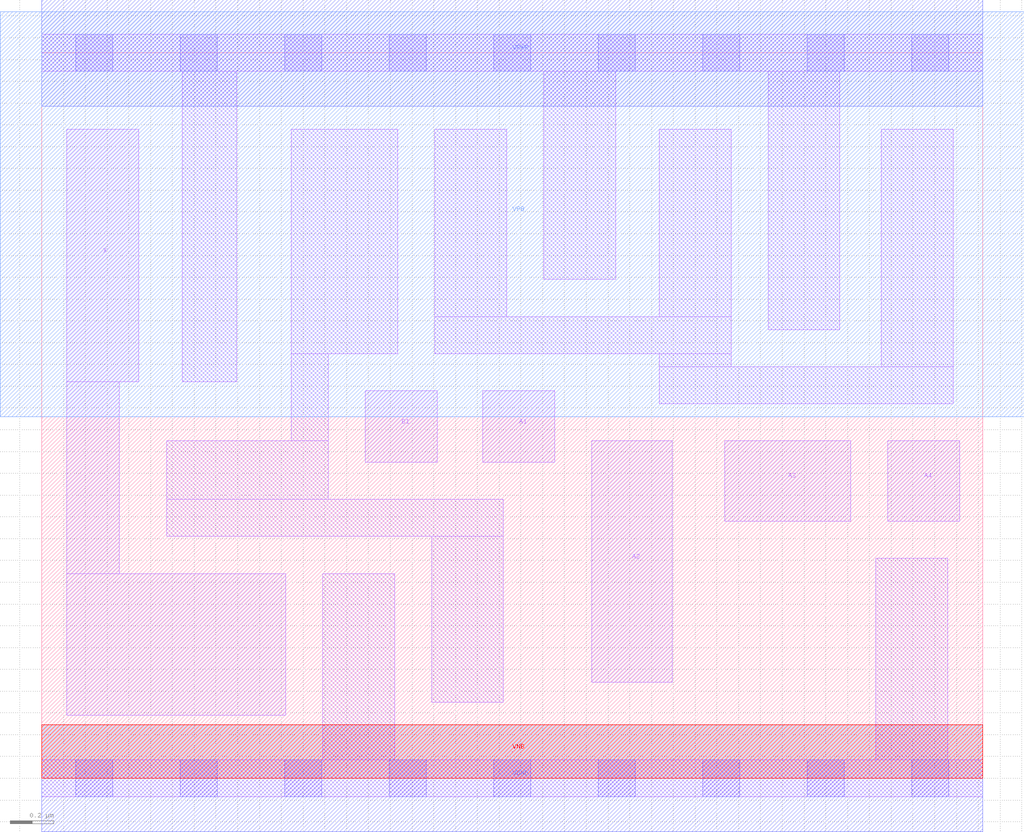
<source format=lef>
# Copyright 2020 The SkyWater PDK Authors
#
# Licensed under the Apache License, Version 2.0 (the "License");
# you may not use this file except in compliance with the License.
# You may obtain a copy of the License at
#
#     https://www.apache.org/licenses/LICENSE-2.0
#
# Unless required by applicable law or agreed to in writing, software
# distributed under the License is distributed on an "AS IS" BASIS,
# WITHOUT WARRANTIES OR CONDITIONS OF ANY KIND, either express or implied.
# See the License for the specific language governing permissions and
# limitations under the License.
#
# SPDX-License-Identifier: Apache-2.0

VERSION 5.7 ;
  NOWIREEXTENSIONATPIN ON ;
  DIVIDERCHAR "/" ;
  BUSBITCHARS "[]" ;
MACRO sky130_fd_sc_ls__a41o_1
  CLASS CORE ;
  FOREIGN sky130_fd_sc_ls__a41o_1 ;
  ORIGIN  0.000000  0.000000 ;
  SIZE  4.320000 BY  3.330000 ;
  SYMMETRY X Y ;
  SITE unit ;
  PIN A1
    ANTENNAGATEAREA  0.261000 ;
    DIRECTION INPUT ;
    USE SIGNAL ;
    PORT
      LAYER li1 ;
        RECT 2.025000 1.450000 2.355000 1.780000 ;
    END
  END A1
  PIN A2
    ANTENNAGATEAREA  0.261000 ;
    DIRECTION INPUT ;
    USE SIGNAL ;
    PORT
      LAYER li1 ;
        RECT 2.525000 0.440000 2.895000 1.550000 ;
    END
  END A2
  PIN A3
    ANTENNAGATEAREA  0.261000 ;
    DIRECTION INPUT ;
    USE SIGNAL ;
    PORT
      LAYER li1 ;
        RECT 3.135000 1.180000 3.715000 1.550000 ;
    END
  END A3
  PIN A4
    ANTENNAGATEAREA  0.261000 ;
    DIRECTION INPUT ;
    USE SIGNAL ;
    PORT
      LAYER li1 ;
        RECT 3.885000 1.180000 4.215000 1.550000 ;
    END
  END A4
  PIN B1
    ANTENNAGATEAREA  0.261000 ;
    DIRECTION INPUT ;
    USE SIGNAL ;
    PORT
      LAYER li1 ;
        RECT 1.485000 1.450000 1.815000 1.780000 ;
    END
  END B1
  PIN X
    ANTENNADIFFAREA  1.040800 ;
    DIRECTION OUTPUT ;
    USE SIGNAL ;
    PORT
      LAYER li1 ;
        RECT 0.115000 0.290000 1.120000 0.940000 ;
        RECT 0.115000 0.940000 0.355000 1.820000 ;
        RECT 0.115000 1.820000 0.445000 2.980000 ;
    END
  END X
  PIN VGND
    DIRECTION INOUT ;
    SHAPE ABUTMENT ;
    USE GROUND ;
    PORT
      LAYER met1 ;
        RECT 0.000000 -0.245000 4.320000 0.245000 ;
    END
  END VGND
  PIN VNB
    DIRECTION INOUT ;
    USE GROUND ;
    PORT
      LAYER pwell ;
        RECT 0.000000 0.000000 4.320000 0.245000 ;
    END
  END VNB
  PIN VPB
    DIRECTION INOUT ;
    USE POWER ;
    PORT
      LAYER nwell ;
        RECT -0.190000 1.660000 4.510000 3.520000 ;
    END
  END VPB
  PIN VPWR
    DIRECTION INOUT ;
    SHAPE ABUTMENT ;
    USE POWER ;
    PORT
      LAYER met1 ;
        RECT 0.000000 3.085000 4.320000 3.575000 ;
    END
  END VPWR
  OBS
    LAYER li1 ;
      RECT 0.000000 -0.085000 4.320000 0.085000 ;
      RECT 0.000000  3.245000 4.320000 3.415000 ;
      RECT 0.575000  1.110000 2.120000 1.280000 ;
      RECT 0.575000  1.280000 1.315000 1.550000 ;
      RECT 0.645000  1.820000 0.895000 3.245000 ;
      RECT 1.145000  1.550000 1.315000 1.950000 ;
      RECT 1.145000  1.950000 1.635000 2.980000 ;
      RECT 1.290000  0.085000 1.620000 0.940000 ;
      RECT 1.790000  0.350000 2.120000 1.110000 ;
      RECT 1.805000  1.950000 3.165000 2.120000 ;
      RECT 1.805000  2.120000 2.135000 2.980000 ;
      RECT 2.305000  2.290000 2.635000 3.245000 ;
      RECT 2.835000  1.720000 4.185000 1.890000 ;
      RECT 2.835000  1.890000 3.165000 1.950000 ;
      RECT 2.835000  2.120000 3.165000 2.980000 ;
      RECT 3.335000  2.060000 3.665000 3.245000 ;
      RECT 3.830000  0.085000 4.160000 1.010000 ;
      RECT 3.855000  1.890000 4.185000 2.980000 ;
    LAYER mcon ;
      RECT 0.155000 -0.085000 0.325000 0.085000 ;
      RECT 0.155000  3.245000 0.325000 3.415000 ;
      RECT 0.635000 -0.085000 0.805000 0.085000 ;
      RECT 0.635000  3.245000 0.805000 3.415000 ;
      RECT 1.115000 -0.085000 1.285000 0.085000 ;
      RECT 1.115000  3.245000 1.285000 3.415000 ;
      RECT 1.595000 -0.085000 1.765000 0.085000 ;
      RECT 1.595000  3.245000 1.765000 3.415000 ;
      RECT 2.075000 -0.085000 2.245000 0.085000 ;
      RECT 2.075000  3.245000 2.245000 3.415000 ;
      RECT 2.555000 -0.085000 2.725000 0.085000 ;
      RECT 2.555000  3.245000 2.725000 3.415000 ;
      RECT 3.035000 -0.085000 3.205000 0.085000 ;
      RECT 3.035000  3.245000 3.205000 3.415000 ;
      RECT 3.515000 -0.085000 3.685000 0.085000 ;
      RECT 3.515000  3.245000 3.685000 3.415000 ;
      RECT 3.995000 -0.085000 4.165000 0.085000 ;
      RECT 3.995000  3.245000 4.165000 3.415000 ;
  END
END sky130_fd_sc_ls__a41o_1
END LIBRARY

</source>
